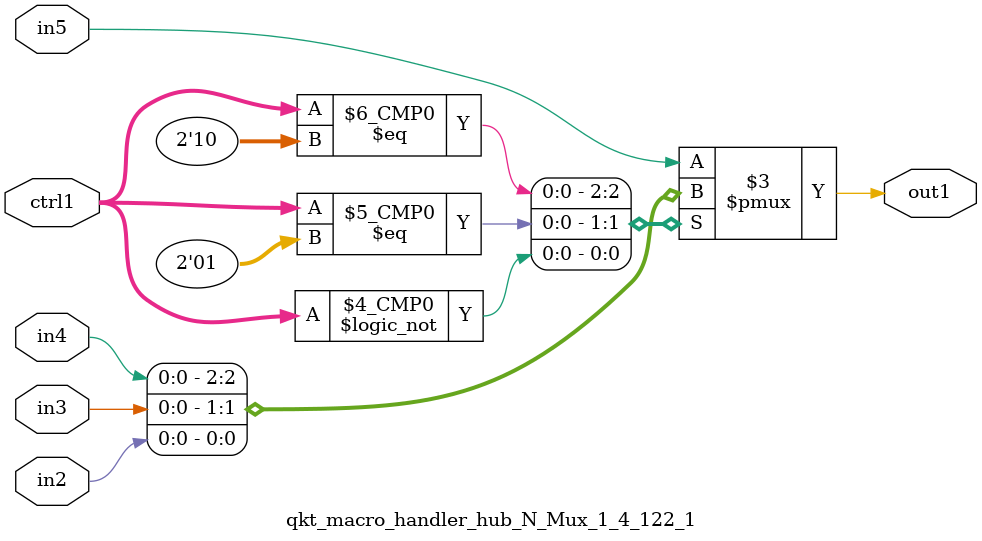
<source format=v>

`timescale 1ps / 1ps


module qkt_macro_handler_hub_N_Mux_1_4_122_1( in5, in4, in3, in2, ctrl1, out1 );

    input in5;
    input in4;
    input in3;
    input in2;
    input [1:0] ctrl1;
    output out1;
    reg out1;

    
    // rtl_process:qkt_macro_handler_hub_N_Mux_1_4_122_1/qkt_macro_handler_hub_N_Mux_1_4_122_1_thread_1
    always @*
      begin : qkt_macro_handler_hub_N_Mux_1_4_122_1_thread_1
        case (ctrl1) 
          2'd2: 
            begin
              out1 = in4;
            end
          2'd1: 
            begin
              out1 = in3;
            end
          2'd0: 
            begin
              out1 = in2;
            end
          default: 
            begin
              out1 = in5;
            end
        endcase
      end

endmodule



</source>
